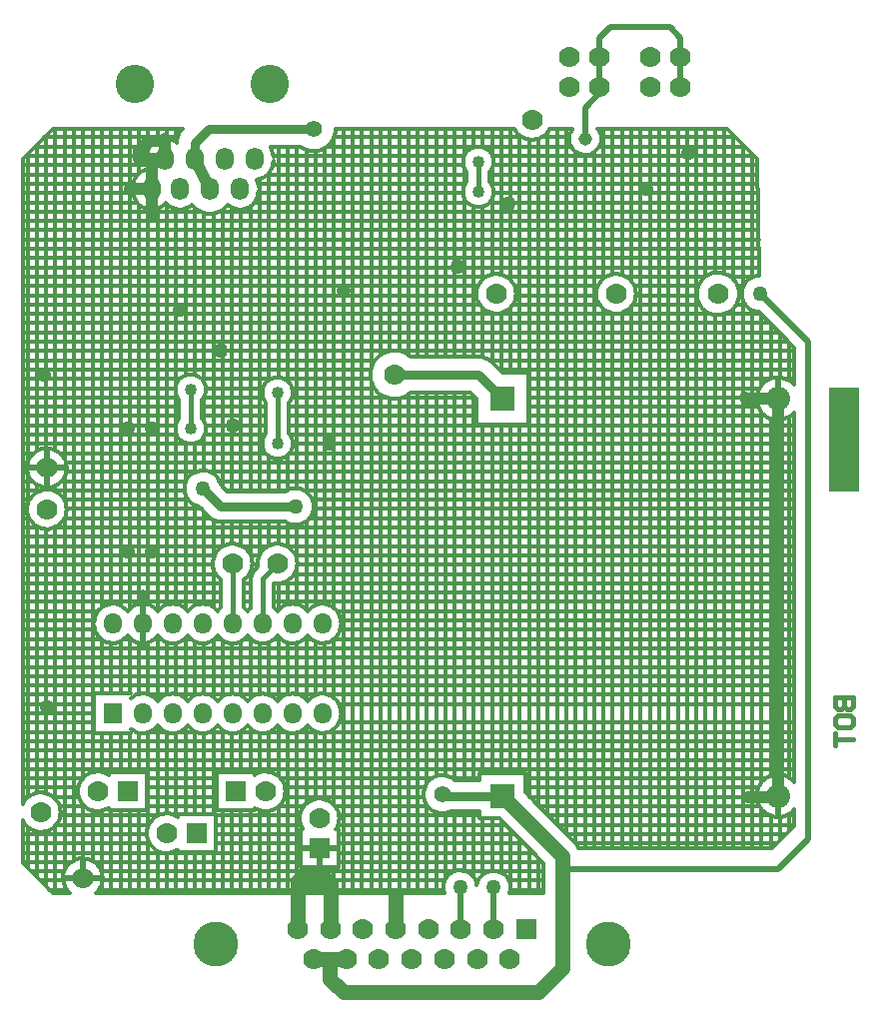
<source format=gbl>
%FSLAX24Y24*%
%MOIN*%
G70*
G01*
G75*
%ADD10R,0.0500X0.0600*%
%ADD11R,0.0320X0.0950*%
%ADD12R,0.0360X0.0360*%
%ADD13R,0.0600X0.0500*%
%ADD14R,0.0360X0.0500*%
%ADD15C,0.0200*%
%ADD16C,0.0150*%
%ADD17C,0.0300*%
%ADD18R,0.1000X0.6600*%
%ADD19R,0.0600X0.0700*%
%ADD20O,0.0600X0.0700*%
%ADD21C,0.0700*%
%ADD22C,0.1500*%
%ADD23R,0.0700X0.0700*%
%ADD24C,0.1280*%
%ADD25O,0.0600X0.0750*%
%ADD26R,0.0800X0.0800*%
%ADD27C,0.0800*%
%ADD28R,0.0650X0.0650*%
%ADD29C,0.0500*%
%ADD30C,0.0400*%
%ADD31C,0.0550*%
%ADD32C,0.0450*%
%ADD33C,0.0120*%
%ADD34C,0.0500*%
%ADD35C,0.0400*%
%ADD36R,0.1000X0.3500*%
D15*
X129050Y98400D02*
Y100050D01*
X126350Y98400D02*
Y100050D01*
Y98400D02*
X126350Y98400D01*
Y98200D02*
Y98400D01*
X125869Y97718D02*
X126350Y98200D01*
X125869Y96669D02*
Y97718D01*
X122810Y70300D02*
Y71690D01*
X121720Y70300D02*
Y71680D01*
X125100Y72300D02*
X132300D01*
X131700Y91500D02*
X133300Y89900D01*
X111100Y79700D02*
Y81550D01*
X133300Y73300D02*
Y89900D01*
X132300Y72300D02*
X133300Y73300D01*
X126350Y100050D02*
X126700Y100400D01*
X128700D01*
X129050Y100050D01*
X112331Y90969D02*
X112400Y90900D01*
X121100Y74800D02*
X121150Y74750D01*
X108500Y72000D02*
X109100D01*
X109700D01*
X109100D02*
Y72600D01*
X111100Y79900D02*
Y80500D01*
Y81100D01*
X107300Y85689D02*
X107900D01*
Y85089D02*
Y85689D01*
X108500D01*
X107900D02*
Y86289D01*
X110850Y95000D02*
X111400D01*
Y94375D02*
Y95000D01*
Y95625D01*
X111300Y96000D02*
X111850D01*
Y96625D01*
X117000Y72425D02*
Y73000D01*
X116425D02*
X117000D01*
X117575D01*
X132300Y74100D02*
Y74750D01*
X131650D02*
X132300D01*
Y75400D01*
Y87350D02*
Y88000D01*
X131650D02*
X132300D01*
Y88650D01*
D16*
X115100Y80500D02*
Y82000D01*
X115600Y82500D01*
X114100Y80500D02*
X114100Y80500D01*
Y82500D01*
X121700Y71700D02*
X121720Y71680D01*
X122300Y94900D02*
Y95900D01*
X112700Y87000D02*
Y88300D01*
X115600Y86500D02*
Y88200D01*
X134200Y78050D02*
X134800D01*
Y77750D01*
X134700Y77650D01*
X134600D01*
X134500Y77750D01*
Y78050D01*
Y77750D01*
X134400Y77650D01*
X134300D01*
X134200Y77750D01*
Y78050D01*
Y77150D02*
Y77350D01*
X134300Y77450D01*
X134700D01*
X134800Y77350D01*
Y77150D01*
X134700Y77050D01*
X134300D01*
X134200Y77150D01*
Y76850D02*
Y76451D01*
Y76650D01*
X134800D01*
D17*
X113100Y85000D02*
X113700Y84400D01*
X116200D01*
X112850Y96000D02*
Y96550D01*
X113300Y97000D01*
X116800D01*
X121150Y74750D02*
X123100D01*
X119500Y88800D02*
X122300D01*
X123100Y88000D01*
D19*
X110100Y77500D02*
D03*
D20*
X111100D02*
D03*
X112100Y77500D02*
D03*
X113100D02*
D03*
X114100D02*
D03*
X115100Y77500D02*
D03*
X116100D02*
D03*
X117100Y77500D02*
D03*
X117100Y80500D02*
D03*
X116100D02*
D03*
X115100Y80500D02*
D03*
X114100D02*
D03*
X113100Y80500D02*
D03*
X112100Y80500D02*
D03*
X111100D02*
D03*
X110100D02*
D03*
D21*
X107900Y84311D02*
D03*
Y85689D02*
D03*
X118990Y69300D02*
D03*
X121170D02*
D03*
X122260D02*
D03*
X123350D02*
D03*
X118450Y70300D02*
D03*
X120630D02*
D03*
X119540Y70300D02*
D03*
X117360Y70300D02*
D03*
X116270Y70300D02*
D03*
X121720D02*
D03*
X122810Y70300D02*
D03*
X117900Y69300D02*
D03*
X116810D02*
D03*
X120080D02*
D03*
X107700Y74200D02*
D03*
X122900Y91500D02*
D03*
X130300D02*
D03*
X114100Y82500D02*
D03*
X124100Y97300D02*
D03*
X126900Y91500D02*
D03*
X109600Y74900D02*
D03*
X111900Y73500D02*
D03*
X115200Y74900D02*
D03*
X117000Y74000D02*
D03*
X126350Y99400D02*
D03*
Y98400D02*
D03*
X125350Y99400D02*
D03*
Y98400D02*
D03*
X129050Y99400D02*
D03*
Y98400D02*
D03*
X128050Y99400D02*
D03*
Y98400D02*
D03*
X115600Y82500D02*
D03*
X109100Y72000D02*
D03*
X119500Y88800D02*
D03*
D22*
X113550Y69800D02*
D03*
X126650Y69800D02*
D03*
D23*
X123900Y70300D02*
D03*
D24*
X110850Y98500D02*
D03*
X115350D02*
D03*
D25*
X111850Y96000D02*
D03*
X111400Y95000D02*
D03*
X112350Y95000D02*
D03*
X113850Y96000D02*
D03*
X113350Y95000D02*
D03*
X112850Y96000D02*
D03*
X114850Y96000D02*
D03*
X114350Y95000D02*
D03*
D26*
X123100Y74750D02*
D03*
Y88000D02*
D03*
D27*
X132300Y74750D02*
D03*
Y88000D02*
D03*
D28*
X110600Y74900D02*
D03*
X112900Y73500D02*
D03*
X114200Y74900D02*
D03*
X117000Y73000D02*
D03*
D29*
X122810Y71690D02*
D03*
X121700Y71700D02*
D03*
X121600Y92400D02*
D03*
X116200Y84400D02*
D03*
X131700Y91500D02*
D03*
X107800Y88800D02*
D03*
X107900Y77700D02*
D03*
X113100Y85000D02*
D03*
X117300Y86500D02*
D03*
X114100Y87100D02*
D03*
X129300Y96200D02*
D03*
X127900Y95000D02*
D03*
X123300Y94500D02*
D03*
X111400Y87000D02*
D03*
X110600D02*
D03*
Y82900D02*
D03*
X111400D02*
D03*
X117800Y91600D02*
D03*
X113700Y89600D02*
D03*
X112331Y90969D02*
D03*
D30*
X122300Y95900D02*
D03*
Y94900D02*
D03*
X112700Y87000D02*
D03*
Y88300D02*
D03*
X115600Y88200D02*
D03*
Y86500D02*
D03*
D31*
X116800Y97000D02*
D03*
X121100Y74800D02*
D03*
D32*
X125869Y96669D02*
D03*
D33*
X107100Y73925D02*
X107148Y73838D01*
X107209Y73759D01*
X107280Y73691D01*
X107362Y73633D01*
X107450Y73589D01*
X107545Y73558D01*
X107643Y73542D01*
X107742Y73541D01*
X107841Y73555D01*
X107936Y73584D01*
X108026Y73626D01*
X108108Y73681D01*
X108181Y73749D01*
X108244Y73826D01*
X108294Y73912D01*
X108330Y74004D01*
X108353Y74101D01*
X108360Y74200D01*
X108353Y74299D01*
X108330Y74396D01*
X108294Y74488D01*
X108244Y74574D01*
X108181Y74651D01*
X108108Y74719D01*
X108026Y74774D01*
X107936Y74816D01*
X107841Y74845D01*
X107742Y74859D01*
X107643Y74858D01*
X107545Y74842D01*
X107450Y74811D01*
X107362Y74767D01*
X107280Y74709D01*
X107209Y74641D01*
X107148Y74562D01*
X107100Y74475D01*
X109760Y72000D02*
X109752Y72101D01*
X109729Y72200D01*
X109691Y72294D01*
X109639Y72381D01*
X109574Y72459D01*
X109498Y72526D01*
X109413Y72581D01*
X109320Y72622D01*
X109222Y72649D01*
X109121Y72660D01*
X109020Y72655D01*
X108920Y72635D01*
X108825Y72600D01*
X108736Y72551D01*
X108656Y72488D01*
X108587Y72415D01*
X108529Y72331D01*
X108485Y72240D01*
X108456Y72143D01*
X108441Y72042D01*
X108443Y71941D01*
X108460Y71841D01*
X108492Y71744D01*
X108538Y71654D01*
X108598Y71572D01*
X108669Y71500D01*
X109531Y71500D02*
X109598Y71567D01*
X109655Y71642D01*
X109700Y71725D01*
X109733Y71813D01*
X109753Y71906D01*
X109760Y72000D01*
X109965Y75450D02*
X109876Y75499D01*
X109781Y75535D01*
X109682Y75555D01*
X109580Y75560D01*
X109479Y75549D01*
X109381Y75523D01*
X109288Y75482D01*
X109202Y75427D01*
X109126Y75360D01*
X109061Y75281D01*
X109009Y75194D01*
X108971Y75100D01*
X108948Y75001D01*
X108940Y74900D01*
X108948Y74799D01*
X108971Y74700D01*
X109009Y74606D01*
X109061Y74519D01*
X109126Y74440D01*
X109202Y74373D01*
X109288Y74318D01*
X109381Y74277D01*
X109479Y74251D01*
X109580Y74240D01*
X109682Y74245D01*
X109781Y74265D01*
X109876Y74301D01*
X109965Y74350D01*
X109490Y80450D02*
X109499Y80348D01*
X109524Y80248D01*
X109567Y80154D01*
X109624Y80069D01*
X109695Y79994D01*
X109777Y79933D01*
X109868Y79886D01*
X109967Y79855D01*
X110068Y79841D01*
X110171Y79844D01*
X110272Y79865D01*
X110368Y79902D01*
X110456Y79955D01*
X110534Y80022D01*
X110600Y80101D01*
X110710Y76981D02*
X110793Y76923D01*
X110884Y76880D01*
X110980Y76852D01*
X111081Y76840D01*
X111181Y76845D01*
X111280Y76867D01*
X111373Y76905D01*
X111459Y76957D01*
X111536Y77023D01*
X111600Y77101D01*
Y77899D02*
X111536Y77977D01*
X111459Y78043D01*
X111373Y78095D01*
X111280Y78133D01*
X111181Y78155D01*
X111081Y78160D01*
X110980Y78148D01*
X110884Y78120D01*
X110793Y78077D01*
X110710Y78019D01*
X110600Y80899D02*
X110534Y80978D01*
X110456Y81045D01*
X110368Y81098D01*
X110272Y81135D01*
X110171Y81156D01*
X110068Y81159D01*
X109967Y81145D01*
X109868Y81114D01*
X109777Y81067D01*
X109695Y81006D01*
X109624Y80931D01*
X109567Y80846D01*
X109524Y80752D01*
X109499Y80652D01*
X109490Y80550D01*
X110600Y80101D02*
X110662Y80025D01*
X110735Y79961D01*
X110818Y79909D01*
X110908Y79871D01*
X111003Y79848D01*
X111100Y79840D01*
X111197Y79848D01*
X111292Y79871D01*
X111382Y79909D01*
X111465Y79961D01*
X111538Y80025D01*
X111600Y80101D01*
Y80899D02*
X111538Y80975D01*
X111465Y81039D01*
X111382Y81091D01*
X111292Y81129D01*
X111197Y81152D01*
X111100Y81160D01*
X111003Y81152D01*
X110908Y81129D01*
X110818Y81091D01*
X110735Y81039D01*
X110662Y80975D01*
X110600Y80899D01*
X112265Y74050D02*
X112176Y74099D01*
X112081Y74135D01*
X111982Y74155D01*
X111880Y74160D01*
X111779Y74149D01*
X111681Y74123D01*
X111588Y74082D01*
X111502Y74027D01*
X111426Y73960D01*
X111361Y73881D01*
X111309Y73794D01*
X111271Y73700D01*
X111248Y73601D01*
X111240Y73500D01*
X111248Y73399D01*
X111271Y73300D01*
X111309Y73206D01*
X111361Y73119D01*
X111426Y73040D01*
X111502Y72973D01*
X111588Y72918D01*
X111681Y72877D01*
X111779Y72851D01*
X111880Y72840D01*
X111982Y72845D01*
X112081Y72865D01*
X112176Y72901D01*
X112265Y72950D01*
X115860Y74900D02*
X115852Y75001D01*
X115829Y75100D01*
X115791Y75194D01*
X115739Y75281D01*
X115674Y75360D01*
X115598Y75427D01*
X115512Y75482D01*
X115419Y75523D01*
X115321Y75549D01*
X115220Y75560D01*
X115118Y75555D01*
X115019Y75535D01*
X114924Y75499D01*
X114835Y75450D01*
X111600Y77101D02*
X111662Y77025D01*
X111735Y76961D01*
X111818Y76909D01*
X111908Y76871D01*
X112003Y76848D01*
X112100Y76840D01*
X112197Y76848D01*
X112292Y76871D01*
X112382Y76909D01*
X112465Y76961D01*
X112538Y77025D01*
X112600Y77101D01*
X112600Y77899D02*
X112538Y77975D01*
X112465Y78039D01*
X112382Y78091D01*
X112292Y78129D01*
X112197Y78152D01*
X112100Y78160D01*
X112003Y78152D01*
X111908Y78129D01*
X111818Y78091D01*
X111735Y78039D01*
X111662Y77975D01*
X111600Y77899D01*
X112600Y77101D02*
X112662Y77025D01*
X112735Y76961D01*
X112818Y76909D01*
X112908Y76871D01*
X113003Y76848D01*
X113100Y76840D01*
X113197Y76848D01*
X113292Y76871D01*
X113382Y76909D01*
X113465Y76961D01*
X113538Y77025D01*
X113600Y77101D01*
Y77899D02*
X113538Y77975D01*
X113465Y78039D01*
X113382Y78091D01*
X113292Y78129D01*
X113197Y78152D01*
X113100Y78160D01*
X113003Y78152D01*
X112908Y78129D01*
X112818Y78091D01*
X112735Y78039D01*
X112662Y77975D01*
X112600Y77899D01*
X111600Y80101D02*
X111662Y80025D01*
X111735Y79961D01*
X111818Y79909D01*
X111908Y79871D01*
X112003Y79848D01*
X112100Y79840D01*
X112197Y79848D01*
X112292Y79871D01*
X112382Y79909D01*
X112465Y79961D01*
X112538Y80025D01*
X112600Y80101D01*
X112600Y80899D02*
X112538Y80975D01*
X112465Y81039D01*
X112382Y81091D01*
X112292Y81129D01*
X112197Y81152D01*
X112100Y81160D01*
X112003Y81152D01*
X111908Y81129D01*
X111818Y81091D01*
X111735Y81039D01*
X111662Y80975D01*
X111600Y80899D01*
X112600Y80101D02*
X112662Y80025D01*
X112735Y79961D01*
X112818Y79909D01*
X112908Y79871D01*
X113003Y79848D01*
X113100Y79840D01*
X113197Y79848D01*
X113292Y79871D01*
X113382Y79909D01*
X113465Y79961D01*
X113538Y80025D01*
X113600Y80101D01*
Y77101D02*
X113662Y77025D01*
X113735Y76961D01*
X113818Y76909D01*
X113908Y76871D01*
X114003Y76848D01*
X114100Y76840D01*
X114197Y76848D01*
X114292Y76871D01*
X114382Y76909D01*
X114465Y76961D01*
X114538Y77025D01*
X114600Y77101D01*
X114662Y77025D01*
X114735Y76961D01*
X114818Y76909D01*
X114908Y76871D01*
X115003Y76848D01*
X115100Y76840D01*
X115197Y76848D01*
X115292Y76871D01*
X115382Y76909D01*
X115465Y76961D01*
X115538Y77025D01*
X115600Y77101D01*
X114600Y77899D02*
X114538Y77975D01*
X114465Y78039D01*
X114382Y78091D01*
X114292Y78129D01*
X114197Y78152D01*
X114100Y78160D01*
X114003Y78152D01*
X113908Y78129D01*
X113818Y78091D01*
X113735Y78039D01*
X113662Y77975D01*
X113600Y77899D01*
X115600Y77899D02*
X115538Y77975D01*
X115465Y78039D01*
X115382Y78091D01*
X115292Y78129D01*
X115197Y78152D01*
X115100Y78160D01*
X115003Y78152D01*
X114908Y78129D01*
X114818Y78091D01*
X114735Y78039D01*
X114662Y77975D01*
X114600Y77899D01*
X113600Y80101D02*
X113662Y80025D01*
X113735Y79961D01*
X113818Y79909D01*
X113908Y79871D01*
X114003Y79848D01*
X114100Y79840D01*
X114197Y79848D01*
X114292Y79871D01*
X114382Y79909D01*
X114465Y79961D01*
X114538Y80025D01*
X114600Y80101D01*
Y80101D02*
X114662Y80025D01*
X114735Y79961D01*
X114818Y79909D01*
X114908Y79871D01*
X115003Y79848D01*
X115100Y79840D01*
X115197Y79848D01*
X115292Y79871D01*
X115382Y79909D01*
X115465Y79961D01*
X115538Y80025D01*
X115600Y80101D01*
X108560Y84311D02*
X108552Y84412D01*
X108529Y84510D01*
X108491Y84604D01*
X108440Y84691D01*
X108376Y84769D01*
X108300Y84836D01*
X108215Y84891D01*
X108123Y84932D01*
X108026Y84959D01*
X107925Y84971D01*
X107824Y84967D01*
X107725Y84947D01*
X107630Y84913D01*
X107541Y84865D01*
X107461Y84804D01*
X107391Y84731D01*
X107333Y84648D01*
X107288Y84558D01*
X107257Y84461D01*
X107242Y84362D01*
Y84261D01*
X107257Y84161D01*
X107288Y84064D01*
X107333Y83974D01*
X107391Y83891D01*
X107461Y83818D01*
X107541Y83757D01*
X107630Y83709D01*
X107725Y83675D01*
X107824Y83655D01*
X107925Y83652D01*
X108026Y83663D01*
X108123Y83690D01*
X108215Y83731D01*
X108300Y83786D01*
X108376Y83853D01*
X108440Y83931D01*
X108491Y84018D01*
X108529Y84112D01*
X108552Y84210D01*
X108560Y84311D01*
Y85689D02*
X108552Y85790D01*
X108529Y85888D01*
X108491Y85982D01*
X108440Y86069D01*
X108376Y86147D01*
X108300Y86214D01*
X108215Y86269D01*
X108123Y86310D01*
X108026Y86337D01*
X107925Y86348D01*
X107824Y86345D01*
X107725Y86325D01*
X107630Y86291D01*
X107541Y86243D01*
X107461Y86182D01*
X107391Y86109D01*
X107333Y86026D01*
X107288Y85936D01*
X107257Y85839D01*
X107242Y85739D01*
Y85638D01*
X107257Y85539D01*
X107288Y85442D01*
X107333Y85352D01*
X107391Y85269D01*
X107461Y85196D01*
X107541Y85135D01*
X107630Y85087D01*
X107725Y85053D01*
X107824Y85033D01*
X107925Y85029D01*
X108026Y85041D01*
X108123Y85068D01*
X108215Y85109D01*
X108300Y85164D01*
X108376Y85231D01*
X108440Y85309D01*
X108491Y85396D01*
X108529Y85490D01*
X108552Y85588D01*
X108560Y85689D01*
X110790Y94925D02*
X110798Y94825D01*
X110823Y94728D01*
X110863Y94636D01*
X110917Y94552D01*
X110984Y94479D01*
X111063Y94417D01*
X111151Y94368D01*
X111245Y94335D01*
X111343Y94318D01*
X111444Y94317D01*
X111542Y94332D01*
X111637Y94363D01*
X111726Y94410D01*
X111806Y94470D01*
X111875Y94542D01*
X111293Y95676D02*
X111202Y95652D01*
X111115Y95614D01*
X111035Y95564D01*
X110964Y95502D01*
X110904Y95429D01*
X110855Y95349D01*
X110819Y95261D01*
X110797Y95169D01*
X110790Y95075D01*
X111875Y94542D02*
X111942Y94471D01*
X112020Y94412D01*
X112106Y94366D01*
X112198Y94334D01*
X112294Y94318D01*
X112392Y94316D01*
X112488Y94331D01*
X112581Y94361D01*
X112668Y94405D01*
X112747Y94462D01*
X111240Y95925D02*
X111246Y95840D01*
X111264Y95756D01*
X111293Y95676D01*
X112240Y96544D02*
X112159Y96601D01*
X112071Y96644D01*
X111976Y96672D01*
X111878Y96684D01*
X111780Y96681D01*
X111683Y96662D01*
X111591Y96627D01*
X111505Y96578D01*
X111429Y96516D01*
X111363Y96443D01*
X111310Y96360D01*
X111272Y96269D01*
X111248Y96173D01*
X111240Y96075D01*
X112419Y96981D02*
X112357Y96909D01*
X112306Y96827D01*
X112270Y96739D01*
X112248Y96645D01*
X112240Y96550D01*
X112419Y96982D02*
X112357Y96909D01*
X112307Y96827D01*
X112270Y96739D01*
X112248Y96646D01*
X112240Y96550D01*
X113600Y80899D02*
X113538Y80975D01*
X113465Y81039D01*
X113382Y81091D01*
X113292Y81129D01*
X113197Y81152D01*
X113100Y81160D01*
X113003Y81152D01*
X112908Y81129D01*
X112818Y81091D01*
X112735Y81039D01*
X112662Y80975D01*
X112600Y80899D01*
X113715Y81023D02*
X113653Y80965D01*
X113600Y80899D01*
X114760Y82500D02*
X114752Y82600D01*
X114730Y82697D01*
X114693Y82790D01*
X114643Y82876D01*
X114580Y82953D01*
X114506Y83021D01*
X114423Y83076D01*
X114332Y83118D01*
X114236Y83146D01*
X114137Y83159D01*
X114037Y83157D01*
X113939Y83140D01*
X113844Y83108D01*
X113755Y83063D01*
X113674Y83004D01*
X113603Y82934D01*
X113543Y82854D01*
X113496Y82766D01*
X113463Y82672D01*
X113444Y82574D01*
X113441Y82474D01*
X113452Y82375D01*
X113478Y82279D01*
X113519Y82187D01*
X113573Y82103D01*
X113639Y82028D01*
X113715Y81964D01*
X113339Y84039D02*
X113417Y83976D01*
X113505Y83929D01*
X113601Y83900D01*
X113700Y83890D01*
X113339Y84040D02*
X113416Y83976D01*
X113504Y83929D01*
X113600Y83900D01*
X113700Y83890D01*
X114600Y80899D02*
X114547Y80965D01*
X114485Y81023D01*
X114715D02*
X114653Y80965D01*
X114600Y80899D01*
X114485Y81964D02*
X114565Y82031D01*
X114633Y82110D01*
X114687Y82199D01*
X114727Y82295D01*
X114752Y82396D01*
X114760Y82500D01*
X114828Y82272D02*
X114767Y82192D01*
X114728Y82100D01*
X114715Y82000D01*
X114828Y82272D02*
X114767Y82193D01*
X114728Y82100D01*
X114715Y82000D01*
X113697Y85124D02*
X113669Y85221D01*
X113625Y85311D01*
X113566Y85394D01*
X113495Y85465D01*
X113413Y85524D01*
X113322Y85568D01*
X113226Y85597D01*
X113126Y85609D01*
X113025Y85605D01*
X112926Y85585D01*
X112832Y85548D01*
X112746Y85497D01*
X112669Y85431D01*
X112604Y85354D01*
X112552Y85268D01*
X112515Y85174D01*
X112495Y85075D01*
X112491Y84974D01*
X112503Y84874D01*
X112532Y84778D01*
X112576Y84687D01*
X112635Y84605D01*
X112706Y84534D01*
X112789Y84475D01*
X112879Y84431D01*
X112976Y84403D01*
X112315Y87334D02*
X112258Y87254D01*
X112217Y87165D01*
X112195Y87070D01*
X112191Y86971D01*
X112206Y86874D01*
X112239Y86782D01*
X112289Y86698D01*
X112355Y86625D01*
X112433Y86565D01*
X112521Y86522D01*
X112616Y86497D01*
X112714Y86490D01*
X112812Y86502D01*
X112905Y86533D01*
X112991Y86581D01*
X113066Y86644D01*
X113127Y86721D01*
X113173Y86808D01*
X113201Y86902D01*
X113210Y87000D01*
Y88300D02*
X113201Y88398D01*
X113173Y88492D01*
X113127Y88579D01*
X113066Y88656D01*
X112991Y88719D01*
X112905Y88767D01*
X112812Y88798D01*
X112714Y88810D01*
X112616Y88803D01*
X112521Y88778D01*
X112433Y88735D01*
X112355Y88675D01*
X112289Y88602D01*
X112239Y88518D01*
X112206Y88426D01*
X112191Y88329D01*
X112195Y88230D01*
X112217Y88135D01*
X112258Y88046D01*
X112315Y87966D01*
X113210Y87000D02*
X113202Y87091D01*
X113178Y87179D01*
X113138Y87261D01*
X113085Y87334D01*
Y87966D02*
X113138Y88039D01*
X113178Y88121D01*
X113202Y88209D01*
X113210Y88300D01*
X112747Y94462D02*
X112813Y94387D01*
X112888Y94322D01*
X112970Y94267D01*
X113059Y94223D01*
X113153Y94191D01*
X113251Y94171D01*
X113350Y94165D01*
X113449Y94171D01*
X113547Y94191D01*
X113641Y94223D01*
X113730Y94267D01*
X113812Y94322D01*
X113887Y94387D01*
X113953Y94462D01*
X114033Y94404D01*
X114122Y94359D01*
X114216Y94330D01*
X114315Y94316D01*
X114414Y94318D01*
X114511Y94337D01*
X114605Y94371D01*
X114691Y94419D01*
X114769Y94481D01*
X114835Y94555D01*
X114889Y94639D01*
X114928Y94730D01*
X114952Y94826D01*
X114960Y94925D01*
X114835Y74350D02*
X114924Y74301D01*
X115019Y74265D01*
X115118Y74245D01*
X115220Y74240D01*
X115321Y74251D01*
X115419Y74277D01*
X115512Y74318D01*
X115598Y74373D01*
X115674Y74440D01*
X115739Y74519D01*
X115791Y74606D01*
X115829Y74700D01*
X115852Y74799D01*
X115860Y74900D01*
X117660Y74000D02*
X117653Y74098D01*
X117631Y74194D01*
X117595Y74285D01*
X117546Y74371D01*
X117485Y74448D01*
X117413Y74515D01*
X117332Y74570D01*
X117244Y74613D01*
X117150Y74643D01*
X117053Y74658D01*
X116954Y74658D01*
X116857Y74644D01*
X116763Y74616D01*
X116674Y74574D01*
X116592Y74519D01*
X116520Y74453D01*
X116458Y74376D01*
X116408Y74292D01*
X116371Y74200D01*
X116348Y74105D01*
X116340Y74007D01*
X116346Y73909D01*
X116367Y73813D01*
X116402Y73721D01*
X116450Y73635D01*
X122256Y71769D02*
X122235Y71867D01*
X122197Y71959D01*
X122143Y72043D01*
X122075Y72116D01*
X121996Y72176D01*
X121907Y72220D01*
X121811Y72249D01*
X121712Y72260D01*
X121613Y72253D01*
X121517Y72229D01*
X121426Y72188D01*
X121344Y72132D01*
X121273Y72062D01*
X121215Y71981D01*
X121173Y71890D01*
X121148Y71794D01*
X121140Y71695D01*
X121150Y71596D01*
X121177Y71500D01*
X117550Y73635D02*
X117597Y73719D01*
X117632Y73809D01*
X117653Y73904D01*
X117660Y74000D01*
X121538Y75260D02*
X121460Y75323D01*
X121374Y75373D01*
X121282Y75409D01*
X121184Y75429D01*
X121085Y75435D01*
X120986Y75425D01*
X120890Y75399D01*
X120799Y75359D01*
X120715Y75305D01*
X120641Y75239D01*
X120578Y75161D01*
X120528Y75075D01*
X120492Y74983D01*
X120471Y74885D01*
X120465Y74786D01*
X120475Y74687D01*
X120500Y74591D01*
X120541Y74500D01*
X120594Y74416D01*
X120661Y74342D01*
X120738Y74279D01*
X120824Y74228D01*
X120916Y74192D01*
X121013Y74171D01*
X121113Y74165D01*
X121212Y74175D01*
X121308Y74200D01*
X121399Y74240D01*
X115600Y77101D02*
X115662Y77025D01*
X115735Y76961D01*
X115818Y76909D01*
X115908Y76871D01*
X116003Y76848D01*
X116100Y76840D01*
X116197Y76848D01*
X116292Y76871D01*
X116382Y76909D01*
X116465Y76961D01*
X116538Y77025D01*
X116600Y77101D01*
Y77899D02*
X116538Y77975D01*
X116465Y78039D01*
X116382Y78091D01*
X116292Y78129D01*
X116197Y78152D01*
X116100Y78160D01*
X116003Y78152D01*
X115908Y78129D01*
X115818Y78091D01*
X115735Y78039D01*
X115662Y77975D01*
X115600Y77899D01*
X116600Y77101D02*
X116666Y77022D01*
X116744Y76955D01*
X116832Y76902D01*
X116928Y76865D01*
X117029Y76844D01*
X117132Y76841D01*
X117233Y76855D01*
X117332Y76886D01*
X117423Y76933D01*
X117505Y76994D01*
X117576Y77069D01*
X117633Y77154D01*
X117676Y77248D01*
X117701Y77348D01*
X117710Y77450D01*
Y77550D02*
X117701Y77652D01*
X117676Y77752D01*
X117633Y77846D01*
X117576Y77931D01*
X117505Y78006D01*
X117423Y78067D01*
X117332Y78114D01*
X117233Y78145D01*
X117132Y78159D01*
X117029Y78156D01*
X116928Y78135D01*
X116832Y78098D01*
X116744Y78045D01*
X116666Y77978D01*
X116600Y77899D01*
X115600Y80899D02*
X115547Y80965D01*
X115485Y81023D01*
X115600Y80101D02*
X115662Y80025D01*
X115735Y79961D01*
X115818Y79909D01*
X115908Y79871D01*
X116003Y79848D01*
X116100Y79840D01*
X116197Y79848D01*
X116292Y79871D01*
X116382Y79909D01*
X116465Y79961D01*
X116538Y80025D01*
X116600Y80101D01*
Y80101D02*
X116666Y80022D01*
X116744Y79955D01*
X116832Y79902D01*
X116928Y79865D01*
X117029Y79844D01*
X117132Y79841D01*
X117233Y79855D01*
X117332Y79886D01*
X117423Y79933D01*
X117505Y79994D01*
X117576Y80069D01*
X117633Y80154D01*
X117676Y80248D01*
X117701Y80348D01*
X117710Y80450D01*
X116600Y80899D02*
X116538Y80975D01*
X116465Y81039D01*
X116382Y81091D01*
X116292Y81129D01*
X116197Y81152D01*
X116100Y81160D01*
X116003Y81152D01*
X115908Y81129D01*
X115818Y81091D01*
X115735Y81039D01*
X115662Y80975D01*
X115600Y80899D01*
X117710Y80550D02*
X117701Y80652D01*
X117676Y80752D01*
X117633Y80846D01*
X117576Y80931D01*
X117505Y81006D01*
X117423Y81067D01*
X117332Y81114D01*
X117233Y81145D01*
X117132Y81159D01*
X117029Y81156D01*
X116928Y81135D01*
X116832Y81098D01*
X116744Y81045D01*
X116666Y80978D01*
X116600Y80899D01*
X123370Y71690D02*
X123361Y71788D01*
X123336Y71884D01*
X123293Y71973D01*
X123236Y72053D01*
X123166Y72122D01*
X123084Y72178D01*
X122995Y72219D01*
X122899Y72243D01*
X122800Y72250D01*
X122702Y72240D01*
X122608Y72212D01*
X122519Y72169D01*
X122440Y72110D01*
X122372Y72038D01*
X122317Y71956D01*
X122278Y71866D01*
X122256Y71769D01*
X123337Y71500D02*
X123362Y71594D01*
X123370Y71690D01*
X125656Y73000D02*
X125602Y73096D01*
X125531Y73181D01*
X125656Y73000D02*
X125602Y73097D01*
X125531Y73182D01*
X132840Y75211D02*
X132771Y75281D01*
X132693Y75342D01*
X132607Y75390D01*
X132515Y75427D01*
X132419Y75450D01*
X132321Y75460D01*
X132222Y75456D01*
X132125Y75438D01*
X132031Y75407D01*
X131943Y75364D01*
X131861Y75308D01*
X131788Y75242D01*
X131725Y75166D01*
X131673Y75082D01*
X131633Y74992D01*
X131605Y74897D01*
X131592Y74799D01*
Y74701D01*
X131605Y74603D01*
X131633Y74508D01*
X131673Y74418D01*
X131725Y74334D01*
X131788Y74258D01*
X131861Y74192D01*
X131943Y74136D01*
X132031Y74093D01*
X132125Y74062D01*
X132222Y74044D01*
X132321Y74040D01*
X132419Y74050D01*
X132515Y74073D01*
X132607Y74110D01*
X132693Y74158D01*
X132771Y74219D01*
X132840Y74289D01*
X115493Y81849D02*
X115597Y81840D01*
X115700Y81848D01*
X115801Y81871D01*
X115898Y81911D01*
X115986Y81965D01*
X116066Y82032D01*
X116133Y82111D01*
X116188Y82199D01*
X116227Y82295D01*
X116252Y82396D01*
X116260Y82500D01*
Y82500D02*
X116253Y82599D01*
X116230Y82695D01*
X116194Y82787D01*
X116144Y82873D01*
X116082Y82950D01*
X116010Y83017D01*
X115928Y83073D01*
X115838Y83116D01*
X115743Y83144D01*
X115645Y83158D01*
X115546Y83158D01*
X115449Y83142D01*
X115354Y83113D01*
X115265Y83069D01*
X115184Y83012D01*
X115112Y82944D01*
X115051Y82866D01*
X115002Y82780D01*
X114967Y82687D01*
X114946Y82591D01*
X114940Y82492D01*
X114949Y82393D01*
X115865Y83890D02*
X115954Y83842D01*
X116049Y83809D01*
X116149Y83792D01*
X116250Y83792D01*
X116349Y83808D01*
X116444Y83841D01*
X116533Y83889D01*
X116613Y83951D01*
X116681Y84025D01*
X116736Y84109D01*
X116777Y84202D01*
X116802Y84300D01*
X116810Y84400D01*
X115215Y86834D02*
X115158Y86754D01*
X115117Y86665D01*
X115095Y86570D01*
X115091Y86471D01*
X115106Y86374D01*
X115139Y86282D01*
X115189Y86198D01*
X115255Y86125D01*
X115333Y86065D01*
X115421Y86022D01*
X115516Y85997D01*
X115614Y85990D01*
X115712Y86002D01*
X115805Y86033D01*
X115891Y86081D01*
X115966Y86144D01*
X116027Y86221D01*
X116073Y86308D01*
X116101Y86402D01*
X116110Y86500D01*
X116810Y84400D02*
X116802Y84501D01*
X116777Y84598D01*
X116736Y84691D01*
X116681Y84775D01*
X116613Y84849D01*
X116533Y84911D01*
X116444Y84959D01*
X116349Y84992D01*
X116250Y85008D01*
X116149Y85008D01*
X116049Y84991D01*
X115954Y84958D01*
X115865Y84910D01*
X116110Y86500D02*
X116102Y86591D01*
X116078Y86679D01*
X116038Y86761D01*
X115985Y86834D01*
X116110Y88200D02*
X116101Y88298D01*
X116073Y88392D01*
X116027Y88479D01*
X115966Y88556D01*
X115891Y88619D01*
X115805Y88667D01*
X115712Y88698D01*
X115614Y88710D01*
X115516Y88703D01*
X115421Y88678D01*
X115333Y88635D01*
X115255Y88575D01*
X115189Y88502D01*
X115139Y88418D01*
X115106Y88326D01*
X115091Y88229D01*
X115095Y88130D01*
X115117Y88035D01*
X115158Y87946D01*
X115215Y87866D01*
X115985D02*
X116038Y87939D01*
X116078Y88021D01*
X116102Y88109D01*
X116110Y88200D01*
X120033Y89410D02*
X119954Y89471D01*
X119867Y89522D01*
X119775Y89562D01*
X119679Y89590D01*
X119580Y89606D01*
X119480Y89610D01*
X119381Y89601D01*
X119283Y89580D01*
X119188Y89547D01*
X119098Y89503D01*
X119014Y89448D01*
X118938Y89383D01*
X118870Y89310D01*
X118812Y89228D01*
X118765Y89140D01*
X118728Y89047D01*
X118704Y88949D01*
X118692Y88850D01*
Y88750D01*
X118704Y88651D01*
X118728Y88553D01*
X118765Y88460D01*
X118812Y88372D01*
X118870Y88290D01*
X118938Y88217D01*
X119014Y88152D01*
X119098Y88097D01*
X119188Y88053D01*
X119283Y88020D01*
X119381Y87999D01*
X119480Y87990D01*
X119580Y87994D01*
X119679Y88010D01*
X119775Y88038D01*
X119867Y88078D01*
X119954Y88129D01*
X120033Y88190D01*
X122731Y89231D02*
X122659Y89293D01*
X122577Y89344D01*
X122488Y89380D01*
X122395Y89402D01*
X122300Y89410D01*
X122732Y89231D02*
X122659Y89293D01*
X122577Y89343D01*
X122489Y89380D01*
X122396Y89402D01*
X122300Y89410D01*
X114960Y95075D02*
X114947Y95199D01*
X114910Y95318D01*
X115008Y95336D01*
X115102Y95369D01*
X115189Y95418D01*
X115267Y95480D01*
X115334Y95554D01*
X115388Y95637D01*
X115428Y95729D01*
X115452Y95826D01*
X115460Y95925D01*
Y96075D02*
X115450Y96185D01*
X115421Y96291D01*
X115372Y96390D01*
X116390D02*
X116476Y96340D01*
X116568Y96303D01*
X116664Y96278D01*
X116762Y96266D01*
X116862Y96268D01*
X116960Y96283D01*
X117055Y96311D01*
X117146Y96351D01*
X117230Y96404D01*
X117306Y96467D01*
X117373Y96540D01*
X117430Y96622D01*
X117475Y96710D01*
X117508Y96804D01*
X117528Y96901D01*
X117535Y97000D01*
X121915Y95234D02*
X121858Y95154D01*
X121817Y95065D01*
X121795Y94970D01*
X121791Y94871D01*
X121806Y94774D01*
X121839Y94682D01*
X121889Y94598D01*
X121955Y94525D01*
X122033Y94465D01*
X122121Y94422D01*
X122216Y94397D01*
X122314Y94390D01*
X122412Y94402D01*
X122505Y94433D01*
X122591Y94481D01*
X122666Y94544D01*
X122727Y94621D01*
X122773Y94708D01*
X122801Y94802D01*
X122810Y94900D01*
X122802Y94991D01*
X122778Y95079D01*
X122738Y95161D01*
X122685Y95234D01*
X122810Y95900D02*
X122801Y95998D01*
X122773Y96092D01*
X122727Y96179D01*
X122666Y96256D01*
X122591Y96319D01*
X122505Y96367D01*
X122412Y96398D01*
X122314Y96410D01*
X122216Y96403D01*
X122121Y96378D01*
X122033Y96335D01*
X121955Y96275D01*
X121889Y96202D01*
X121839Y96118D01*
X121806Y96026D01*
X121791Y95929D01*
X121795Y95830D01*
X121817Y95735D01*
X121858Y95646D01*
X121915Y95566D01*
X122685D02*
X122738Y95639D01*
X122778Y95721D01*
X122802Y95809D01*
X122810Y95900D01*
X132840Y88461D02*
X132771Y88531D01*
X132693Y88592D01*
X132607Y88640D01*
X132515Y88677D01*
X132419Y88700D01*
X132321Y88710D01*
X132222Y88706D01*
X132125Y88688D01*
X132031Y88657D01*
X131943Y88614D01*
X131861Y88558D01*
X131788Y88492D01*
X131725Y88416D01*
X131673Y88332D01*
X131633Y88242D01*
X131605Y88147D01*
X131592Y88049D01*
Y87951D01*
X131605Y87853D01*
X131633Y87758D01*
X131673Y87668D01*
X131725Y87584D01*
X131788Y87508D01*
X131861Y87442D01*
X131943Y87386D01*
X132031Y87343D01*
X132125Y87312D01*
X132222Y87294D01*
X132321Y87290D01*
X132419Y87300D01*
X132515Y87323D01*
X132607Y87360D01*
X132693Y87408D01*
X132771Y87469D01*
X132840Y87539D01*
X123560Y91500D02*
X123552Y91601D01*
X123529Y91699D01*
X123491Y91793D01*
X123440Y91880D01*
X123376Y91958D01*
X123300Y92025D01*
X123215Y92080D01*
X123123Y92121D01*
X123026Y92148D01*
X122925Y92160D01*
X122824Y92156D01*
X122725Y92136D01*
X122630Y92102D01*
X122541Y92054D01*
X122461Y91993D01*
X122391Y91920D01*
X122333Y91837D01*
X122288Y91747D01*
X122257Y91650D01*
X122242Y91551D01*
Y91449D01*
X122257Y91350D01*
X122288Y91253D01*
X122333Y91163D01*
X122391Y91080D01*
X122461Y91007D01*
X122541Y90946D01*
X122630Y90898D01*
X122725Y90864D01*
X122824Y90844D01*
X122925Y90840D01*
X123026Y90852D01*
X123123Y90879D01*
X123215Y90920D01*
X123300Y90975D01*
X123376Y91042D01*
X123440Y91120D01*
X123491Y91207D01*
X123529Y91301D01*
X123552Y91399D01*
X123560Y91500D01*
X127560D02*
X127552Y91601D01*
X127529Y91699D01*
X127491Y91793D01*
X127440Y91880D01*
X127376Y91958D01*
X127300Y92025D01*
X127215Y92080D01*
X127123Y92121D01*
X127026Y92148D01*
X126925Y92160D01*
X126824Y92156D01*
X126725Y92136D01*
X126630Y92102D01*
X126541Y92054D01*
X126461Y91993D01*
X126391Y91920D01*
X126333Y91837D01*
X126288Y91747D01*
X126257Y91650D01*
X126242Y91551D01*
Y91449D01*
X126257Y91350D01*
X126288Y91253D01*
X126333Y91163D01*
X126391Y91080D01*
X126461Y91007D01*
X126541Y90946D01*
X126630Y90898D01*
X126725Y90864D01*
X126824Y90844D01*
X126925Y90840D01*
X127026Y90852D01*
X127123Y90879D01*
X127215Y90920D01*
X127300Y90975D01*
X127376Y91042D01*
X127440Y91120D01*
X127491Y91207D01*
X127529Y91301D01*
X127552Y91399D01*
X127560Y91500D01*
X123512Y97000D02*
X123562Y96917D01*
X123624Y96843D01*
X123696Y96778D01*
X123776Y96725D01*
X123864Y96684D01*
X123956Y96656D01*
X124052Y96642D01*
X124148D01*
X124244Y96656D01*
X124336Y96684D01*
X124424Y96725D01*
X124504Y96778D01*
X124576Y96843D01*
X124638Y96917D01*
X124688Y97000D01*
X125449Y97000D02*
X125393Y96915D01*
X125355Y96820D01*
X125336Y96720D01*
X125336Y96618D01*
X125355Y96518D01*
X125393Y96424D01*
X125448Y96338D01*
X125518Y96265D01*
X125601Y96205D01*
X125693Y96163D01*
X125792Y96139D01*
X125894Y96134D01*
X125994Y96149D01*
X126090Y96182D01*
X126179Y96233D01*
X126256Y96299D01*
X126318Y96379D01*
X126365Y96470D01*
X126394Y96567D01*
X126404Y96669D01*
Y96669D02*
X126396Y96757D01*
X126374Y96844D01*
X126338Y96926D01*
X126288Y97000D01*
X131686Y92110D02*
X131589Y92100D01*
X131495Y92074D01*
X131405Y92034D01*
X131324Y91980D01*
X131252Y91914D01*
X131192Y91837D01*
X131144Y91751D01*
X131111Y91659D01*
X131093Y91563D01*
X131091Y91465D01*
X131104Y91368D01*
X131133Y91275D01*
X131176Y91187D01*
X131233Y91107D01*
X131302Y91038D01*
X131381Y90980D01*
X131468Y90936D01*
X131561Y90906D01*
X131658Y90891D01*
X131010Y91500D02*
X131003Y91599D01*
X130983Y91696D01*
X130949Y91789D01*
X130902Y91876D01*
X130844Y91956D01*
X130775Y92028D01*
X130697Y92089D01*
X130611Y92138D01*
X130519Y92175D01*
X130423Y92199D01*
X130325Y92210D01*
X130226Y92206D01*
X130128Y92189D01*
X130034Y92158D01*
X129945Y92115D01*
X129863Y92059D01*
X129789Y91993D01*
X129726Y91917D01*
X129673Y91833D01*
X129633Y91743D01*
X129606Y91648D01*
X129592Y91550D01*
Y91450D01*
X129606Y91352D01*
X129633Y91257D01*
X129673Y91167D01*
X129726Y91083D01*
X129789Y91007D01*
X129863Y90941D01*
X129945Y90885D01*
X130034Y90842D01*
X130128Y90811D01*
X130226Y90794D01*
X130325Y90790D01*
X130423Y90801D01*
X130519Y90825D01*
X130611Y90862D01*
X130697Y90911D01*
X130775Y90972D01*
X130844Y91044D01*
X130902Y91124D01*
X130949Y91211D01*
X130983Y91304D01*
X131003Y91401D01*
X131010Y91500D01*
X107100Y72500D02*
X108100Y71500D01*
X107570Y72030D02*
Y73553D01*
X107100Y72500D02*
Y73925D01*
X107880Y71720D02*
Y73565D01*
X107260Y72340D02*
Y73708D01*
X107990Y71610D02*
X108568D01*
X108100Y71500D02*
X108669D01*
X107370Y72230D02*
X108481D01*
X108190Y71500D02*
Y73758D01*
X107680Y71920D02*
X108445D01*
X107100Y72540D02*
X108721D01*
X107100Y74710D02*
X107281D01*
X108119D02*
X108968D01*
X107100Y73160D02*
X111334D01*
X107100Y73470D02*
X111241D01*
X108209Y73780D02*
X111302D01*
X107100Y75020D02*
X108951D01*
X108329Y74400D02*
X109169D01*
X107100Y75330D02*
X109099D01*
X108500Y71500D02*
Y71725D01*
X109740Y71500D02*
Y71839D01*
X110050Y71500D02*
Y74265D01*
X111290Y71500D02*
Y73248D01*
X111600Y71500D02*
Y72912D01*
X110360Y71500D02*
Y74265D01*
X110670Y71500D02*
Y74265D01*
X110980Y71500D02*
Y74265D01*
X109120Y72660D02*
Y74447D01*
X109740Y72161D02*
Y74255D01*
X109430Y72572D02*
Y74262D01*
X108351Y74090D02*
X111604D01*
X109965Y74265D02*
X111235D01*
X109740Y75545D02*
Y76840D01*
X111235Y74265D02*
Y75535D01*
X109965D02*
X111235D01*
X107570Y74847D02*
Y83739D01*
X107880Y74835D02*
Y83651D01*
X107100Y74475D02*
Y96000D01*
X108190Y74642D02*
Y83718D01*
X107260Y74692D02*
Y84150D01*
X108500Y72275D02*
Y84036D01*
X109490Y76840D02*
X110710D01*
X108810Y72593D02*
Y97000D01*
X109120Y75353D02*
Y97000D01*
X109430Y75538D02*
Y97000D01*
X107100Y76880D02*
X109490D01*
X107100Y77190D02*
X109490D01*
X107100Y77500D02*
X109490D01*
Y76840D02*
Y78160D01*
X107100Y77810D02*
X109490D01*
X107100Y78120D02*
X109490D01*
Y78160D02*
X110710D01*
X107100Y79980D02*
X109711D01*
X107100Y80290D02*
X109511D01*
X107100Y80600D02*
X109492D01*
X110050Y75535D02*
Y76840D01*
X110360Y75535D02*
Y76840D01*
X110670Y75535D02*
Y76840D01*
X110980Y75535D02*
Y76852D01*
Y78148D02*
Y79852D01*
X111290Y73752D02*
Y76870D01*
X111600Y74088D02*
Y77101D01*
Y77899D02*
Y80101D01*
X111290Y78130D02*
Y79870D01*
X110050Y78160D02*
Y79842D01*
X110360Y78160D02*
Y79898D01*
X109740Y78160D02*
Y79958D01*
X110670Y78160D02*
Y80017D01*
X110489Y79980D02*
X110711D01*
X111489D02*
X111711D01*
X109479Y72540D02*
X116365D01*
X111910Y71500D02*
Y72840D01*
X107100Y72850D02*
X111786D01*
X112220Y71500D02*
Y72923D01*
X109531Y71500D02*
X121177D01*
X109632Y71610D02*
X121147D01*
X109719Y72230D02*
X121519D01*
X109755Y71920D02*
X121185D01*
X112014Y72850D02*
X116365D01*
X111235Y74400D02*
X113565D01*
X111235Y74710D02*
X113565D01*
X111317Y76880D02*
X111883D01*
X112220Y74077D02*
Y76852D01*
X111910Y74160D02*
Y76870D01*
X107100Y75640D02*
X132840D01*
X111235Y75020D02*
X113565D01*
X111235Y75330D02*
X113565D01*
X107100Y75950D02*
X132840D01*
X107100Y76260D02*
X132840D01*
X107100Y76570D02*
X132840D01*
X112530Y71500D02*
Y72865D01*
X112840Y71500D02*
Y72865D01*
X112265D02*
X113535D01*
X113150Y71500D02*
Y72865D01*
X113460Y71500D02*
Y72865D01*
X113535Y73160D02*
X116365D01*
X113770Y71500D02*
Y74265D01*
X113535Y72865D02*
Y74135D01*
X114080Y71500D02*
Y74265D01*
X114390Y71500D02*
Y74265D01*
X114700Y71500D02*
Y74265D01*
X112265Y74135D02*
X113535D01*
X113565Y74265D02*
Y75535D01*
X112840Y74135D02*
Y76898D01*
X113150Y74135D02*
Y76842D01*
X114080Y75535D02*
Y76840D01*
X113535Y73470D02*
X116365D01*
X113535Y73780D02*
X116378D01*
X113535Y74090D02*
X116346D01*
X113565Y74265D02*
X114835D01*
X113565Y75535D02*
X114835D01*
X112530Y74135D02*
Y77017D01*
X111317Y78120D02*
X111883D01*
X112530Y77983D02*
Y80017D01*
X112317Y76880D02*
X112883D01*
X112317Y78120D02*
X112883D01*
X112840Y78102D02*
Y79898D01*
X111910Y78130D02*
Y79870D01*
X112220Y78148D02*
Y79852D01*
X112489Y79980D02*
X112711D01*
X107100Y78430D02*
X132840D01*
X107100Y78740D02*
X132840D01*
X107100Y79050D02*
X132840D01*
X107100Y79360D02*
X132840D01*
X107100Y79670D02*
X132840D01*
X113317Y76880D02*
X113883D01*
X114390Y75535D02*
Y76913D01*
X113460Y74135D02*
Y76958D01*
X113770Y75535D02*
Y76937D01*
X114317Y76880D02*
X114883D01*
X114700Y75535D02*
Y76989D01*
Y78011D02*
Y79989D01*
X113150Y78158D02*
Y79842D01*
X113317Y78120D02*
X113883D01*
X113460Y78042D02*
Y79958D01*
X113770Y78063D02*
Y79937D01*
X113489Y79980D02*
X113711D01*
X114080Y78160D02*
Y79840D01*
X114390Y78087D02*
Y79913D01*
X114317Y78120D02*
X114883D01*
X114489Y79980D02*
X114711D01*
X107100Y84010D02*
X107313D01*
X107100Y84630D02*
X107322D01*
X107100Y85250D02*
X107407D01*
X107260Y84472D02*
Y85528D01*
X107100Y85560D02*
X107253D01*
X107100Y80910D02*
X109608D01*
X107100Y83700D02*
X107650D01*
X107100Y84940D02*
X107700D01*
X107100Y85870D02*
X107265D01*
X107100Y86180D02*
X107459D01*
X107100Y86800D02*
X112231D01*
X107100Y87110D02*
X112202D01*
X107100Y88350D02*
X112192D01*
X107100Y86490D02*
X112700D01*
X107100Y87420D02*
X112315D01*
X107100Y87730D02*
X112315D01*
X107100Y88040D02*
X112261D01*
X107100Y88660D02*
X112339D01*
X107100Y94240D02*
X113021D01*
X107570Y84883D02*
Y85117D01*
X108190Y84904D02*
Y85096D01*
X112220Y81148D02*
Y86828D01*
X108500Y84586D02*
Y85414D01*
X108560Y84320D02*
X113059D01*
X112840Y81102D02*
Y84448D01*
X113150Y81158D02*
Y84229D01*
X108100Y84940D02*
X112493D01*
X112530Y80983D02*
Y84783D01*
X108478Y84630D02*
X112615D01*
X112220Y87172D02*
Y88128D01*
X112315Y87334D02*
Y87966D01*
X108393Y85250D02*
X112544D01*
X112530Y85217D02*
Y86519D01*
X108547Y85560D02*
X112858D01*
X112840Y85552D02*
Y86510D01*
X113150Y85608D02*
Y86760D01*
X113085Y87334D02*
Y87966D01*
X107260Y85850D02*
Y96160D01*
X107570Y86261D02*
Y96470D01*
X107880Y86349D02*
Y96780D01*
X108500Y85964D02*
Y97000D01*
X108190Y86282D02*
Y97000D01*
X109740Y81042D02*
Y97000D01*
X110050Y81158D02*
Y97000D01*
X110670Y80983D02*
Y97000D01*
X110360Y81102D02*
Y97000D01*
X107100Y94550D02*
X110919D01*
X107100Y94860D02*
X110793D01*
X107100Y95170D02*
X110797D01*
X107100Y95480D02*
X110944D01*
X107100Y96000D02*
X108100Y97000D01*
X107100Y95790D02*
X111255D01*
X107200Y96100D02*
X111241D01*
X107510Y96410D02*
X111340D01*
X107820Y96720D02*
X112264D01*
X108100Y97000D02*
X112437D01*
X110980Y81148D02*
Y94483D01*
X111290Y81130D02*
Y94325D01*
X111600Y80899D02*
Y94349D01*
X112220Y88472D02*
Y94329D01*
X112530Y88781D02*
Y94342D01*
X111910Y81130D02*
Y94502D01*
X112840Y88790D02*
Y94362D01*
X110980Y95517D02*
Y97000D01*
X111290Y96317D02*
Y97000D01*
X111600Y96631D02*
Y97000D01*
X111910Y96682D02*
Y97000D01*
X112220Y96560D02*
Y97000D01*
X107100Y82150D02*
X113540D01*
X107100Y82460D02*
X113441D01*
X113460Y81042D02*
Y82339D01*
Y82661D02*
Y83950D01*
X107100Y81220D02*
X113715D01*
X107100Y81530D02*
X113715D01*
X107100Y81840D02*
X113715D01*
X107100Y82770D02*
X113498D01*
X108487Y84010D02*
X113371D01*
X112976Y84403D02*
X113339Y84040D01*
X107100Y83080D02*
X113785D01*
X107100Y83390D02*
X132840D01*
X108149Y83700D02*
X132840D01*
X113656Y85250D02*
X132840D01*
X113700Y83890D02*
X115865D01*
X113697Y85124D02*
X113911Y84910D01*
X113715Y81023D02*
Y81964D01*
X114485Y81023D02*
Y81964D01*
X114715Y81023D02*
Y82000D01*
X114485Y81220D02*
X114715D01*
X114485Y81530D02*
X114715D01*
X114485Y81840D02*
X114715D01*
X114700Y81011D02*
Y82225D01*
X113770Y83072D02*
Y83890D01*
X114080Y83160D02*
Y83890D01*
X114700Y82775D02*
Y83890D01*
X114390Y83093D02*
Y83890D01*
X114702Y82770D02*
X114998D01*
X114828Y82272D02*
X114949Y82393D01*
X114759Y82460D02*
X114941D01*
X113881Y84940D02*
X115916D01*
X114415Y83080D02*
X115285D01*
X113911Y84910D02*
X115865D01*
X108341Y86180D02*
X115203D01*
X107100Y88970D02*
X118708D01*
X107100Y89280D02*
X118848D01*
X108535Y85870D02*
X132840D01*
X107100Y89590D02*
X119321D01*
X107100Y89900D02*
X132649D01*
X107100Y90210D02*
X132339D01*
X107100Y90520D02*
X132029D01*
X107100Y90830D02*
X130065D01*
X107100Y91140D02*
X122347D01*
X107100Y91450D02*
X122242D01*
X107100Y91760D02*
X122293D01*
X107100Y92070D02*
X122567D01*
X107100Y92380D02*
X131680D01*
X107100Y92690D02*
X131674D01*
X107100Y93000D02*
X131667D01*
X107100Y93310D02*
X131660D01*
X107100Y93620D02*
X131653D01*
X107100Y93930D02*
X131646D01*
X113150Y87240D02*
Y88060D01*
X113460Y85492D02*
Y94173D01*
X114080Y84910D02*
Y94378D01*
X113770Y85051D02*
Y94292D01*
X112700Y86490D02*
X115090D01*
X113342Y85560D02*
X132840D01*
X113169Y86800D02*
X115188D01*
X113198Y87110D02*
X115215D01*
X114390Y84910D02*
Y94316D01*
X114700Y84910D02*
Y94425D01*
X113208Y88350D02*
X115113D01*
X113150Y88540D02*
Y94192D01*
X113085Y87420D02*
X115215D01*
X113085Y87730D02*
X115215D01*
X113139Y88040D02*
X115116D01*
X113061Y88660D02*
X115380D01*
X113679Y94240D02*
X131639D01*
X114831Y94550D02*
X121929D01*
X115010Y71500D02*
Y74268D01*
X115320Y71500D02*
Y74251D01*
X115630Y71500D02*
Y74399D01*
X115940Y71500D02*
Y76861D01*
X116250Y71500D02*
Y76859D01*
X116560Y71500D02*
Y72365D01*
X116870Y71500D02*
Y72365D01*
X116365D02*
X117635D01*
X116365D02*
Y73635D01*
X115631Y74400D02*
X116475D01*
X115010Y75532D02*
Y76847D01*
X115320Y75549D02*
Y76881D01*
X115317Y76880D02*
X115883D01*
X115701Y75330D02*
X120750D01*
X115832Y74710D02*
X120471D01*
X115849Y75020D02*
X120504D01*
X117180Y71500D02*
Y72365D01*
X117490Y71500D02*
Y72365D01*
X120590Y71500D02*
Y74422D01*
X120900Y71500D02*
Y74197D01*
X121210Y71971D02*
Y74175D01*
X122450Y72119D02*
Y73990D01*
X121881Y72230D02*
X122662D01*
X121520Y72230D02*
Y74240D01*
X122140Y72046D02*
Y74240D01*
X121830Y72245D02*
Y74240D01*
X117635Y72365D02*
Y73635D01*
X117180Y74635D02*
Y76845D01*
X117525Y74400D02*
X120607D01*
X117654Y74090D02*
X122340D01*
Y73990D02*
Y74240D01*
X121399D02*
X122340D01*
X121450Y75330D02*
X122340D01*
X121538Y75260D02*
X122340D01*
Y75510D01*
X115630Y75401D02*
Y77061D01*
X116560Y74492D02*
Y77049D01*
X115317Y78120D02*
X115883D01*
X115630Y77939D02*
Y80061D01*
X116560Y77951D02*
Y80049D01*
X116317Y76880D02*
X116883D01*
X115010Y78153D02*
Y79847D01*
X115940Y78139D02*
Y79861D01*
X115320Y78119D02*
Y79881D01*
X115489Y79980D02*
X115711D01*
X116250Y78141D02*
Y79859D01*
X116317Y78120D02*
X116883D01*
X116489Y79980D02*
X116711D01*
X116870Y74647D02*
Y76885D01*
X117490Y74442D02*
Y76981D01*
X117800Y71500D02*
Y97000D01*
X118110Y71500D02*
Y97000D01*
X118420Y71500D02*
Y97000D01*
X119040Y71500D02*
Y88133D01*
X119350Y71500D02*
Y88004D01*
X119660Y71500D02*
Y88006D01*
X118730Y71500D02*
Y88549D01*
X119970Y71500D02*
Y88140D01*
X120280Y71500D02*
Y88190D01*
X116870Y78115D02*
Y79885D01*
X117180Y78155D02*
Y79845D01*
X120590Y75178D02*
Y88190D01*
X117490Y78019D02*
Y79981D01*
X120900Y75403D02*
Y88190D01*
X122140Y75260D02*
Y88097D01*
X122450Y75510D02*
Y87140D01*
X121210Y75425D02*
Y88190D01*
X121520Y75276D02*
Y88190D01*
X121830Y75260D02*
Y88190D01*
X123070Y72186D02*
Y73917D01*
X123380Y71500D02*
Y73607D01*
X123690Y71500D02*
Y73297D01*
X123337Y71500D02*
X124490D01*
X123364Y71610D02*
X124490D01*
X122958Y72230D02*
X124490D01*
X124000Y71500D02*
Y72987D01*
X123321Y71920D02*
X124490D01*
X117635Y73160D02*
X123827D01*
X117635Y73470D02*
X123517D01*
X117622Y73780D02*
X123207D01*
X122760Y72248D02*
Y73990D01*
X122340D02*
X122997D01*
X117635Y72540D02*
X124447D01*
X122997Y73990D02*
X124490Y72497D01*
X117635Y72850D02*
X124137D01*
X123860Y74853D02*
X125531Y73182D01*
X123860Y75020D02*
X131643D01*
X123860Y75330D02*
X131890D01*
X124310Y71500D02*
Y72677D01*
X124490Y71500D02*
Y72497D01*
X131750Y73000D02*
Y74301D01*
X125243Y73470D02*
X132570D01*
X125656Y73000D02*
X132100D01*
X125552Y73160D02*
X132260D01*
X132060Y73000D02*
Y74082D01*
X132100Y73000D02*
X132600Y73500D01*
X132370Y73270D02*
Y74043D01*
X124313Y74400D02*
X131682D01*
X124623Y74090D02*
X132038D01*
X124003Y74710D02*
X131591D01*
X124933Y73780D02*
X132840D01*
X132600Y73500D02*
X132840Y73740D01*
X132562Y74090D02*
X132840D01*
X132680Y73580D02*
Y74150D01*
X132840Y73740D02*
Y74289D01*
X122340Y75510D02*
X123860D01*
Y74853D02*
Y75510D01*
X124000Y74713D02*
Y96648D01*
X124620Y74093D02*
Y96894D01*
X124310Y74403D02*
Y96674D01*
X125550Y73162D02*
Y96239D01*
X125860Y73000D02*
Y96134D01*
X126480Y73000D02*
Y90991D01*
X124930Y73783D02*
Y97000D01*
X126170Y73000D02*
Y96227D01*
X125240Y73473D02*
Y97000D01*
X117317Y76880D02*
X132840D01*
X122760Y75510D02*
Y87140D01*
X123070Y75510D02*
Y87140D01*
X123380Y75510D02*
Y87140D01*
X123690Y75510D02*
Y87140D01*
X117317Y78120D02*
X132840D01*
X117652Y77190D02*
X132840D01*
X117652Y77810D02*
X132840D01*
X117489Y79980D02*
X132840D01*
X117689Y80290D02*
X132840D01*
X117708Y80600D02*
X132840D01*
X126790Y73000D02*
Y90849D01*
X127100Y73000D02*
Y90871D01*
X127410Y73000D02*
Y91081D01*
X127720Y73000D02*
Y97000D01*
X128030Y73000D02*
Y97000D01*
X128340Y73000D02*
Y97000D01*
X128650Y73000D02*
Y97000D01*
X129890Y73000D02*
Y90920D01*
X128960Y73000D02*
Y97000D01*
X129270Y73000D02*
Y97000D01*
X129580Y73000D02*
Y97000D01*
X130200Y73000D02*
Y90797D01*
X130510Y73000D02*
Y90822D01*
X130820Y73000D02*
Y91017D01*
X131130Y73000D02*
Y91283D01*
X131440Y73000D02*
Y90948D01*
X132060Y75418D02*
Y87332D01*
X132370Y75457D02*
Y87293D01*
X131750Y75199D02*
Y87551D01*
X132840Y75211D02*
Y87539D01*
X132680Y75350D02*
Y87400D01*
X115485Y81023D02*
Y81841D01*
X115630Y80939D02*
Y81841D01*
X115010Y82796D02*
Y83890D01*
X115320Y83098D02*
Y83890D01*
X115630Y83159D02*
Y83890D01*
X115940Y81139D02*
Y81934D01*
Y83066D02*
Y83848D01*
X115320Y84910D02*
Y86074D01*
X115630Y84910D02*
Y85991D01*
X115940Y84952D02*
Y86120D01*
X115215Y86834D02*
Y87866D01*
X115985Y87420D02*
X122240D01*
X115985Y87730D02*
X122240D01*
X115820Y88660D02*
X118702D01*
X116250Y81141D02*
Y82386D01*
Y82614D02*
Y83792D01*
X115985Y86834D02*
Y87866D01*
X116560Y80951D02*
Y83908D01*
X116084Y88040D02*
X119220D01*
X122240Y87140D02*
Y87997D01*
X119780Y88040D02*
X122197D01*
X122047Y88190D02*
X122240Y87997D01*
X120033Y88190D02*
X122047D01*
X116087Y88350D02*
X118827D01*
X120033Y89410D02*
X122300D01*
X121830D02*
Y94702D01*
X122140Y89410D02*
Y94416D01*
X122450Y89391D02*
Y91017D01*
X122760Y89203D02*
Y90855D01*
X122450Y91983D02*
Y94413D01*
X123070Y88893D02*
Y90862D01*
X122760Y92145D02*
Y94680D01*
X115010Y84910D02*
Y95336D01*
X115320Y88626D02*
Y95536D01*
X115630Y88709D02*
Y96390D01*
X116250Y85008D02*
Y96390D01*
X115940Y88580D02*
Y96390D01*
X116560Y84892D02*
Y96305D01*
X116870Y81115D02*
Y96268D01*
X117180Y81155D02*
Y96371D01*
X117490Y81019D02*
Y96747D01*
X118730Y89051D02*
Y97000D01*
X115372Y96390D02*
X116390D01*
X114957Y94860D02*
X121792D01*
X114953Y95170D02*
X121867D01*
X115267Y95480D02*
X121915D01*
X115445Y95790D02*
X121802D01*
X115459Y96100D02*
X121831D01*
X117238Y96410D02*
X122300D01*
X119040Y89467D02*
Y97000D01*
X119350Y89596D02*
Y97000D01*
X119660Y89594D02*
Y97000D01*
X120280Y89410D02*
Y97000D01*
X119970Y89460D02*
Y97000D01*
X120590Y89410D02*
Y97000D01*
X120900Y89410D02*
Y97000D01*
X121210Y89410D02*
Y97000D01*
X121520Y89410D02*
Y97000D01*
X123070Y92138D02*
Y97000D01*
X121830Y95098D02*
Y95702D01*
X121915Y95234D02*
Y95566D01*
X121830Y96098D02*
Y97000D01*
X122140Y96384D02*
Y97000D01*
X122450Y96387D02*
Y97000D01*
X122760Y95120D02*
Y95680D01*
X122685Y95234D02*
Y95566D01*
X122760Y96120D02*
Y97000D01*
X115485Y81220D02*
X132840D01*
X117592Y80910D02*
X132840D01*
X115485Y81530D02*
X132840D01*
X115600Y81840D02*
X132840D01*
X116160Y82150D02*
X132840D01*
X116202Y82770D02*
X132840D01*
X116259Y82460D02*
X132840D01*
X115915Y83080D02*
X132840D01*
X116669Y84010D02*
X132840D01*
X116805Y84320D02*
X132840D01*
X116484Y84940D02*
X132840D01*
X116765Y84630D02*
X132840D01*
X115997Y86180D02*
X132840D01*
X122240Y87140D02*
X123960D01*
X122732Y89231D02*
X123103Y88860D01*
X115985Y87110D02*
X132840D01*
X116110Y86490D02*
X132840D01*
X116012Y86800D02*
X132840D01*
X119679Y89590D02*
X132840D01*
X122993Y88970D02*
X132840D01*
X122676Y89280D02*
X132840D01*
X123960Y87730D02*
X131643D01*
X123960Y88040D02*
X131591D01*
X123960Y88350D02*
X131682D01*
X123960Y87140D02*
Y88860D01*
X131750Y88449D02*
Y90799D01*
X123960Y87420D02*
X131890D01*
X132840Y88461D02*
Y89709D01*
X123103Y88860D02*
X123960D01*
X130535Y90830D02*
X131719D01*
X123380Y88860D02*
Y91047D01*
X123453Y91140D02*
X126347D01*
X127453D02*
X129688D01*
X123960Y88660D02*
X132038D01*
X132680Y88600D02*
Y89869D01*
X132562Y88660D02*
X132840D01*
X131658Y90891D02*
X132840Y89709D01*
X132060Y88668D02*
Y90489D01*
X132370Y88707D02*
Y90179D01*
X123507Y91760D02*
X126293D01*
X123558Y91450D02*
X126242D01*
X123690Y88860D02*
Y96783D01*
X123380Y91953D02*
Y97000D01*
X122671Y94550D02*
X131632D01*
X123233Y92070D02*
X126567D01*
X122685Y95480D02*
X131612D01*
X122808Y94860D02*
X131625D01*
X122733Y95170D02*
X131618D01*
X117480Y96720D02*
X123785D01*
X122300Y96410D02*
X125400D01*
X117535Y97000D02*
X123512D01*
X124415Y96720D02*
X125336D01*
X122769Y96100D02*
X131500D01*
X122798Y95790D02*
X131605D01*
X124688Y97000D02*
X125449D01*
X126288D02*
X130600D01*
X127507Y91760D02*
X129639D01*
X127558Y91450D02*
X129592D01*
X126480Y92009D02*
Y97000D01*
X127410Y91919D02*
Y97000D01*
X127233Y92070D02*
X129877D01*
X130912Y91140D02*
X131208D01*
X130961Y91760D02*
X131148D01*
X131130Y91717D02*
Y96470D01*
X130820Y91983D02*
Y96780D01*
X126790Y92151D02*
Y97000D01*
X127100Y92129D02*
Y97000D01*
X129890Y92080D02*
Y97000D01*
X130510Y92178D02*
Y97000D01*
X130200Y92203D02*
Y97000D01*
X130723Y92070D02*
X131483D01*
X131440Y92052D02*
Y96160D01*
X131600Y96000D02*
X131686Y92110D01*
X126337Y96410D02*
X131190D01*
X130600Y97000D02*
X131600Y96000D01*
X126401Y96720D02*
X130880D01*
D34*
X117360Y70300D02*
Y71840D01*
X117280Y71920D02*
X117360Y71840D01*
X116300Y71920D02*
X117280D01*
X116270Y71890D02*
X116300Y71920D01*
X116270Y70300D02*
Y71890D01*
X116810Y69300D02*
X117900D01*
X125100Y69000D02*
Y72750D01*
X117350Y68650D02*
Y69300D01*
X119540Y70300D02*
Y71440D01*
X117350Y68650D02*
X117800Y68200D01*
X124300D01*
X125100Y69000D01*
X123100Y74750D02*
X125100Y72750D01*
D35*
X131240Y88000D02*
X132400D01*
X132300Y74750D02*
Y88000D01*
X131200Y88040D02*
X131240Y88000D01*
X131300Y74710D02*
X132260D01*
X132300Y74750D01*
X111400Y94100D02*
Y96000D01*
X110980D02*
X111850D01*
X110670Y95000D02*
X111400D01*
X110980Y96000D02*
X110980Y96000D01*
X110980Y96000D02*
Y96280D01*
X111300Y96600D01*
X111780D01*
X111850Y96670D01*
Y96000D02*
Y96670D01*
X112850Y96000D02*
X113350Y95000D01*
D36*
X134500Y86650D02*
D03*
M02*

</source>
